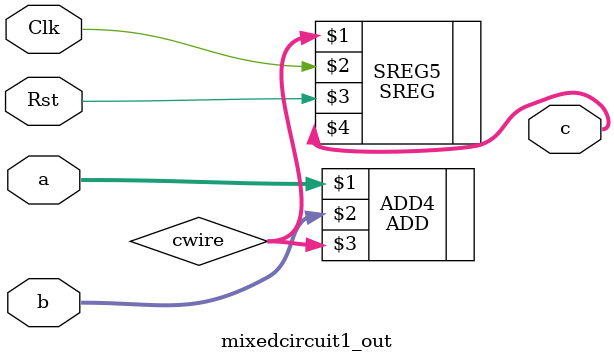
<source format=v>

`timescale 1ns / 1ps

module mixedcircuit1_out(a,b,c,Clk,Rst);
	input Clk,Rst;
	input [7:0] a;
	input [7:0] b;
	output wire [7:0] c;
	wire [7:0] cwire;
	ADD	#(.DATAWIDTH(8)) ADD4(a,b,cwire);
	SREG	#(.DATAWIDTH(8)) SREG5(cwire,Clk,Rst,c);
endmodule
</source>
